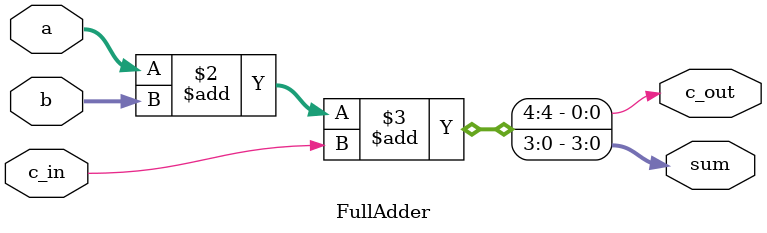
<source format=v>
module FullAdder (a,b,c_in,c_out,sum);
    input [3:0] a;
    input [3:0] b;
    input c_in;
    output c_out;
    output [3:0] sum;

//    assign {c_out, sum} = a + b + c_in;
    always @ (a or b or c_in) begin
        {c_out, sum} = a + b + c_in;
    end
endmodule
</source>
